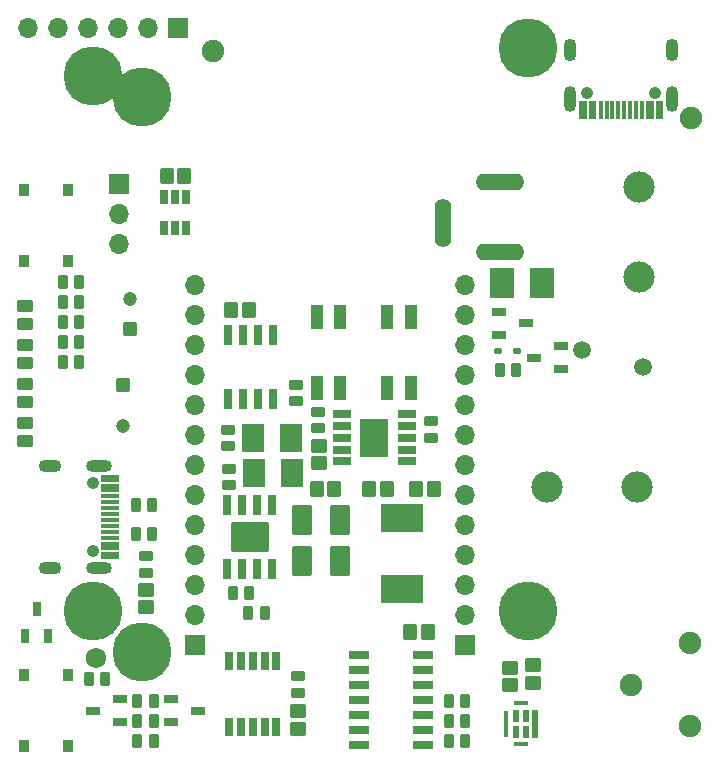
<source format=gts>
G04 #@! TF.GenerationSoftware,KiCad,Pcbnew,9.0.6*
G04 #@! TF.CreationDate,2025-12-01T14:44:23+01:00*
G04 #@! TF.ProjectId,wled-eth.versioned,776c6564-2d65-4746-982e-76657273696f,v0.49*
G04 #@! TF.SameCoordinates,Original*
G04 #@! TF.FileFunction,Soldermask,Top*
G04 #@! TF.FilePolarity,Negative*
%FSLAX46Y46*%
G04 Gerber Fmt 4.6, Leading zero omitted, Abs format (unit mm)*
G04 Created by KiCad (PCBNEW 9.0.6) date 2025-12-01 14:44:23*
%MOMM*%
%LPD*%
G01*
G04 APERTURE LIST*
G04 Aperture macros list*
%AMRoundRect*
0 Rectangle with rounded corners*
0 $1 Rounding radius*
0 $2 $3 $4 $5 $6 $7 $8 $9 X,Y pos of 4 corners*
0 Add a 4 corners polygon primitive as box body*
4,1,4,$2,$3,$4,$5,$6,$7,$8,$9,$2,$3,0*
0 Add four circle primitives for the rounded corners*
1,1,$1+$1,$2,$3*
1,1,$1+$1,$4,$5*
1,1,$1+$1,$6,$7*
1,1,$1+$1,$8,$9*
0 Add four rect primitives between the rounded corners*
20,1,$1+$1,$2,$3,$4,$5,0*
20,1,$1+$1,$4,$5,$6,$7,0*
20,1,$1+$1,$6,$7,$8,$9,0*
20,1,$1+$1,$8,$9,$2,$3,0*%
G04 Aperture macros list end*
%ADD10RoundRect,0.050000X-0.600000X-0.450000X0.600000X-0.450000X0.600000X0.450000X-0.600000X0.450000X0*%
%ADD11RoundRect,0.050000X0.550000X0.550000X-0.550000X0.550000X-0.550000X-0.550000X0.550000X-0.550000X0*%
%ADD12C,1.200000*%
%ADD13RoundRect,0.050000X0.550000X0.375000X-0.550000X0.375000X-0.550000X-0.375000X0.550000X-0.375000X0*%
%ADD14RoundRect,0.050000X0.550000X0.300000X-0.550000X0.300000X-0.550000X-0.300000X0.550000X-0.300000X0*%
%ADD15C,0.800000*%
%ADD16C,5.000000*%
%ADD17RoundRect,0.050000X-0.550000X-0.375000X0.550000X-0.375000X0.550000X0.375000X-0.550000X0.375000X0*%
%ADD18RoundRect,0.050000X-0.550000X-0.550000X0.550000X-0.550000X0.550000X0.550000X-0.550000X0.550000X0*%
%ADD19RoundRect,0.001000X-0.150000X-0.725000X0.150000X-0.725000X0.150000X0.725000X-0.150000X0.725000X0*%
%ADD20O,1.100000X1.900000*%
%ADD21O,1.070000X2.170000*%
%ADD22C,1.050000*%
%ADD23RoundRect,0.050000X-1.000000X1.250000X-1.000000X-1.250000X1.000000X-1.250000X1.000000X1.250000X0*%
%ADD24RoundRect,0.050000X-0.762500X-0.300000X0.762500X-0.300000X0.762500X0.300000X-0.762500X0.300000X0*%
%ADD25RoundRect,0.050000X0.375000X-0.550000X0.375000X0.550000X-0.375000X0.550000X-0.375000X-0.550000X0*%
%ADD26RoundRect,0.050000X-0.200000X-0.475000X0.200000X-0.475000X0.200000X0.475000X-0.200000X0.475000X0*%
%ADD27R,0.350000X2.300000*%
%ADD28R,1.300000X0.350000*%
%ADD29RoundRect,0.050000X-0.175000X-1.150000X0.175000X-1.150000X0.175000X1.150000X-0.175000X1.150000X0*%
%ADD30RoundRect,0.050000X-0.375000X0.550000X-0.375000X-0.550000X0.375000X-0.550000X0.375000X0.550000X0*%
%ADD31R,1.700000X1.700000*%
%ADD32O,1.700000X1.700000*%
%ADD33RoundRect,0.001000X0.725000X-0.150000X0.725000X0.150000X-0.725000X0.150000X-0.725000X-0.150000X0*%
%ADD34O,1.900000X1.100000*%
%ADD35O,2.170000X1.070000*%
%ADD36RoundRect,0.050000X-0.625000X-0.550000X0.625000X-0.550000X0.625000X0.550000X-0.625000X0.550000X0*%
%ADD37RoundRect,0.050000X-0.250000X0.200000X-0.250000X-0.200000X0.250000X-0.200000X0.250000X0.200000X0*%
%ADD38C,1.726000*%
%ADD39RoundRect,0.050000X-0.550000X0.625000X-0.550000X-0.625000X0.550000X-0.625000X0.550000X0.625000X0*%
%ADD40RoundRect,0.050000X0.375000X-0.500000X0.375000X0.500000X-0.375000X0.500000X-0.375000X-0.500000X0*%
%ADD41RoundRect,0.050000X0.550000X-0.625000X0.550000X0.625000X-0.550000X0.625000X-0.550000X-0.625000X0*%
%ADD42RoundRect,0.050000X0.775000X1.200000X-0.775000X1.200000X-0.775000X-1.200000X0.775000X-1.200000X0*%
%ADD43RoundRect,0.050000X-0.550000X-0.300000X0.550000X-0.300000X0.550000X0.300000X-0.550000X0.300000X0*%
%ADD44RoundRect,0.050000X-0.300000X0.762500X-0.300000X-0.762500X0.300000X-0.762500X0.300000X0.762500X0*%
%ADD45RoundRect,0.050000X-1.550000X1.205000X-1.550000X-1.205000X1.550000X-1.205000X1.550000X1.205000X0*%
%ADD46RoundRect,0.050000X-0.675000X-0.325000X0.675000X-0.325000X0.675000X0.325000X-0.675000X0.325000X0*%
%ADD47RoundRect,0.050000X-1.150000X-1.600000X1.150000X-1.600000X1.150000X1.600000X-1.150000X1.600000X0*%
%ADD48RoundRect,0.050000X0.625000X0.550000X-0.625000X0.550000X-0.625000X-0.550000X0.625000X-0.550000X0*%
%ADD49C,1.900000*%
%ADD50C,2.650000*%
%ADD51RoundRect,0.050000X-0.500000X-1.000000X0.500000X-1.000000X0.500000X1.000000X-0.500000X1.000000X0*%
%ADD52C,1.896000*%
%ADD53RoundRect,0.050000X1.750000X-1.175000X1.750000X1.175000X-1.750000X1.175000X-1.750000X-1.175000X0*%
%ADD54RoundRect,0.050000X0.300000X-0.550000X0.300000X0.550000X-0.300000X0.550000X-0.300000X-0.550000X0*%
%ADD55C,1.500000*%
%ADD56RoundRect,0.050000X-0.900000X1.150000X-0.900000X-1.150000X0.900000X-1.150000X0.900000X1.150000X0*%
%ADD57O,4.100000X1.400000*%
%ADD58O,1.400000X4.100000*%
%ADD59RoundRect,0.050000X0.900000X-1.150000X0.900000X1.150000X-0.900000X1.150000X-0.900000X-1.150000X0*%
%ADD60RoundRect,0.050000X0.300000X-0.762500X0.300000X0.762500X-0.300000X0.762500X-0.300000X-0.762500X0*%
%ADD61RoundRect,0.050000X-0.300000X0.725000X-0.300000X-0.725000X0.300000X-0.725000X0.300000X0.725000X0*%
G04 APERTURE END LIST*
D10*
G04 #@! TO.C,D3*
X5900000Y-66900000D03*
X5900000Y-68500000D03*
G04 #@! TD*
D11*
G04 #@! TO.C,C4*
X14800000Y-65550000D03*
D12*
X14800000Y-63050000D03*
G04 #@! TD*
D13*
G04 #@! TO.C,R20*
X28900000Y-71700000D03*
X28900000Y-70300000D03*
G04 #@! TD*
D14*
G04 #@! TO.C,Q4*
X51300000Y-68950000D03*
X51300000Y-67050000D03*
X49000000Y-68000000D03*
G04 #@! TD*
D15*
G04 #@! TO.C,REF\u002A\u002A*
X46625000Y-41775000D03*
X47174175Y-40449175D03*
X47174175Y-43100825D03*
X48500000Y-39900000D03*
D16*
X48500000Y-41775000D03*
D15*
X48500000Y-43650000D03*
X49825825Y-40449175D03*
X49825825Y-43100825D03*
X50375000Y-41775000D03*
G04 #@! TD*
D17*
G04 #@! TO.C,R16*
X23200000Y-77400000D03*
X23200000Y-78800000D03*
G04 #@! TD*
D18*
G04 #@! TO.C,C1*
X14200000Y-70300000D03*
D12*
X14200000Y-73800000D03*
G04 #@! TD*
D19*
G04 #@! TO.C,J7*
X59800000Y-47005000D03*
X59000000Y-47005000D03*
X57650000Y-47005000D03*
X56650000Y-47005000D03*
X56150000Y-47005000D03*
X55150000Y-47005000D03*
X53800000Y-47005000D03*
X53000000Y-47005000D03*
X53300000Y-47005000D03*
X54100000Y-47005000D03*
X54650000Y-47005000D03*
X55650000Y-47005000D03*
X57150000Y-47005000D03*
X58150000Y-47005000D03*
X58700000Y-47005000D03*
X59500000Y-47005000D03*
D20*
X52080000Y-41920000D03*
D21*
X52080000Y-46090000D03*
D22*
X53510000Y-45560000D03*
X59290000Y-45560000D03*
D20*
X60720000Y-41920000D03*
D21*
X60720000Y-46090000D03*
G04 #@! TD*
D15*
G04 #@! TO.C,REF\u002A\u002A*
X13925000Y-92900000D03*
X14474175Y-91574175D03*
X14474175Y-94225825D03*
X15800000Y-91025000D03*
D16*
X15800000Y-92900000D03*
D15*
X15800000Y-94775000D03*
X17125825Y-91574175D03*
X17125825Y-94225825D03*
X17675000Y-92900000D03*
G04 #@! TD*
D23*
G04 #@! TO.C,RV1*
X49700000Y-61700000D03*
X46300000Y-61700000D03*
G04 #@! TD*
D24*
G04 #@! TO.C,U4*
X34200000Y-93190000D03*
X34200000Y-94460000D03*
X34200000Y-95730000D03*
X34200000Y-97000000D03*
X34200000Y-98270000D03*
X34200000Y-99540000D03*
X34200000Y-100810000D03*
X39600000Y-100810000D03*
X39600000Y-99540000D03*
X39600000Y-98270000D03*
X39600000Y-97000000D03*
X39600000Y-95730000D03*
X39600000Y-94460000D03*
X39600000Y-93190000D03*
G04 #@! TD*
D25*
G04 #@! TO.C,R6*
X41800000Y-97100000D03*
X43200000Y-97100000D03*
G04 #@! TD*
D26*
G04 #@! TO.C,U5*
X47475000Y-98325000D03*
X47475000Y-99675000D03*
X48325000Y-99675000D03*
X48325000Y-98325000D03*
D27*
X46675000Y-99000000D03*
D28*
X47900000Y-97275000D03*
X47900000Y-100725000D03*
D29*
X49125000Y-99000000D03*
G04 #@! TD*
D30*
G04 #@! TO.C,R13*
X16800000Y-100500000D03*
X15400000Y-100500000D03*
G04 #@! TD*
D31*
G04 #@! TO.C,J11*
X43200000Y-92375000D03*
D32*
X43200000Y-89835000D03*
X43200000Y-87295000D03*
X43200000Y-84755000D03*
X43200000Y-82215000D03*
X43200000Y-79675000D03*
X43200000Y-77135000D03*
X43200000Y-74595000D03*
X43200000Y-72055000D03*
X43200000Y-69515000D03*
X43200000Y-66975000D03*
X43200000Y-64435000D03*
X43200000Y-61895000D03*
G04 #@! TD*
D33*
G04 #@! TO.C,J1*
X13105000Y-78100000D03*
X13105000Y-78900000D03*
X13105000Y-80250000D03*
X13105000Y-81250000D03*
X13105000Y-81750000D03*
X13105000Y-82750000D03*
X13105000Y-84100000D03*
X13105000Y-84900000D03*
X13105000Y-84600000D03*
X13105000Y-83800000D03*
X13105000Y-83250000D03*
X13105000Y-82250000D03*
X13105000Y-80750000D03*
X13105000Y-79750000D03*
X13105000Y-79200000D03*
X13105000Y-78400000D03*
D34*
X8020000Y-85820000D03*
D35*
X12190000Y-85820000D03*
D22*
X11660000Y-84390000D03*
X11660000Y-78610000D03*
D34*
X8020000Y-77180000D03*
D35*
X12190000Y-77180000D03*
G04 #@! TD*
D30*
G04 #@! TO.C,R14*
X10500000Y-61600000D03*
X9100000Y-61600000D03*
G04 #@! TD*
D36*
G04 #@! TO.C,C8*
X48900000Y-94050000D03*
X48900000Y-95550000D03*
G04 #@! TD*
D37*
G04 #@! TO.C,D1*
X47562500Y-67450000D03*
X45962500Y-67450000D03*
G04 #@! TD*
D38*
G04 #@! TO.C,*
X11900000Y-93400000D03*
G04 #@! TD*
D10*
G04 #@! TO.C,D5*
X5900000Y-73500000D03*
X5900000Y-75100000D03*
G04 #@! TD*
D39*
G04 #@! TO.C,C12*
X40550000Y-79100000D03*
X39050000Y-79100000D03*
G04 #@! TD*
D40*
G04 #@! TO.C,SW3*
X5825000Y-59800000D03*
X5825000Y-53800000D03*
X9575000Y-59800000D03*
X9575000Y-53800000D03*
G04 #@! TD*
D41*
G04 #@! TO.C,C2*
X30600000Y-79100000D03*
X32100000Y-79100000D03*
G04 #@! TD*
D42*
G04 #@! TO.C,D7*
X32600000Y-85250000D03*
X32600000Y-81750000D03*
G04 #@! TD*
D30*
G04 #@! TO.C,R12*
X16800000Y-97100000D03*
X15400000Y-97100000D03*
G04 #@! TD*
D39*
G04 #@! TO.C,C6*
X24850000Y-64000000D03*
X23350000Y-64000000D03*
G04 #@! TD*
D30*
G04 #@! TO.C,R24*
X12700000Y-95200000D03*
X11300000Y-95200000D03*
G04 #@! TD*
D25*
G04 #@! TO.C,R21*
X46100000Y-69050000D03*
X47500000Y-69050000D03*
G04 #@! TD*
D31*
G04 #@! TO.C,J5*
X18900000Y-40100000D03*
D32*
X16360000Y-40100000D03*
X13820000Y-40100000D03*
X11280000Y-40100000D03*
X8740000Y-40100000D03*
X6200000Y-40100000D03*
G04 #@! TD*
D43*
G04 #@! TO.C,Q3*
X46050000Y-64150000D03*
X46050000Y-66050000D03*
X48350000Y-65100000D03*
G04 #@! TD*
D25*
G04 #@! TO.C,R1*
X15300000Y-80500000D03*
X16700000Y-80500000D03*
G04 #@! TD*
D15*
G04 #@! TO.C,REF\u002A\u002A*
X46625000Y-89500000D03*
X47174175Y-88174175D03*
X47174175Y-90825825D03*
X48500000Y-87625000D03*
D16*
X48500000Y-89500000D03*
D15*
X48500000Y-91375000D03*
X49825825Y-88174175D03*
X49825825Y-90825825D03*
X50375000Y-89500000D03*
G04 #@! TD*
D44*
G04 #@! TO.C,U1*
X26870000Y-80500000D03*
X25600000Y-80500000D03*
X24330000Y-80500000D03*
X23060000Y-80500000D03*
X23060000Y-85900000D03*
X24330000Y-85900000D03*
X25600000Y-85900000D03*
X26870000Y-85900000D03*
D45*
X24965000Y-83200000D03*
G04 #@! TD*
D25*
G04 #@! TO.C,R17*
X24800000Y-89600000D03*
X26200000Y-89600000D03*
G04 #@! TD*
D15*
G04 #@! TO.C,REF\u002A\u002A*
X13925000Y-45900000D03*
X14474175Y-44574175D03*
X14474175Y-47225825D03*
X15800000Y-44025000D03*
D16*
X15800000Y-45900000D03*
D15*
X15800000Y-47775000D03*
X17125825Y-44574175D03*
X17125825Y-47225825D03*
X17675000Y-45900000D03*
G04 #@! TD*
D30*
G04 #@! TO.C,R7*
X10500000Y-65000000D03*
X9100000Y-65000000D03*
G04 #@! TD*
D31*
G04 #@! TO.C,J6*
X13900000Y-53275000D03*
D32*
X13900000Y-55815000D03*
X13900000Y-58355000D03*
G04 #@! TD*
D46*
G04 #@! TO.C,U7*
X32750000Y-72800000D03*
X32750000Y-73800000D03*
X32750000Y-74800000D03*
X32750000Y-75800000D03*
X32750000Y-76800000D03*
X38250000Y-76800000D03*
X38250000Y-75800000D03*
X38250000Y-74800000D03*
X38250000Y-73800000D03*
X38250000Y-72800000D03*
D47*
X35500000Y-74800000D03*
G04 #@! TD*
D48*
G04 #@! TO.C,C14*
X16200000Y-89150000D03*
X16200000Y-87650000D03*
G04 #@! TD*
D49*
G04 #@! TO.C,J12*
X62200000Y-92200000D03*
X57200000Y-95700000D03*
X62200000Y-99200000D03*
G04 #@! TD*
D43*
G04 #@! TO.C,Q1*
X18250000Y-96950000D03*
X18250000Y-98850000D03*
X20550000Y-97900000D03*
G04 #@! TD*
D50*
G04 #@! TO.C,J2*
X57710000Y-79000000D03*
X50090000Y-79000000D03*
G04 #@! TD*
D41*
G04 #@! TO.C,C11*
X35050000Y-79100000D03*
X36550000Y-79100000D03*
G04 #@! TD*
D25*
G04 #@! TO.C,R4*
X41800000Y-98800000D03*
X43200000Y-98800000D03*
G04 #@! TD*
D15*
G04 #@! TO.C,REF\u002A\u002A*
X9825000Y-44200000D03*
X10374175Y-42874175D03*
X10374175Y-45525825D03*
X11700000Y-42325000D03*
D16*
X11700000Y-44200000D03*
D15*
X11700000Y-46075000D03*
X13025825Y-42874175D03*
X13025825Y-45525825D03*
X13575000Y-44200000D03*
G04 #@! TD*
D51*
G04 #@! TO.C,SW4*
X30600000Y-70600000D03*
X32600000Y-70600000D03*
X36600000Y-70600000D03*
X38600000Y-70600000D03*
X30600000Y-64600000D03*
X32600000Y-64600000D03*
X36600000Y-64600000D03*
X38600000Y-64600000D03*
G04 #@! TD*
D48*
G04 #@! TO.C,C9*
X30800000Y-76950000D03*
X30800000Y-75450000D03*
G04 #@! TD*
D31*
G04 #@! TO.C,J10*
X20350000Y-92375000D03*
D32*
X20350000Y-89835000D03*
X20350000Y-87295000D03*
X20350000Y-84755000D03*
X20350000Y-82215000D03*
X20350000Y-79675000D03*
X20350000Y-77135000D03*
X20350000Y-74595000D03*
X20350000Y-72055000D03*
X20350000Y-69515000D03*
X20350000Y-66975000D03*
X20350000Y-64435000D03*
X20350000Y-61895000D03*
G04 #@! TD*
D50*
G04 #@! TO.C,J3*
X57900000Y-53600000D03*
X57900000Y-61220000D03*
G04 #@! TD*
D52*
G04 #@! TO.C,*
X62300000Y-47700000D03*
G04 #@! TD*
D25*
G04 #@! TO.C,R11*
X15400000Y-98800000D03*
X16800000Y-98800000D03*
G04 #@! TD*
D13*
G04 #@! TO.C,R3*
X23100000Y-75500000D03*
X23100000Y-74100000D03*
G04 #@! TD*
D53*
G04 #@! TO.C,L1*
X37800000Y-87625000D03*
X37800000Y-81575000D03*
G04 #@! TD*
D54*
G04 #@! TO.C,D8*
X17650000Y-57000000D03*
X18600000Y-57000000D03*
X19550000Y-57000000D03*
X19550000Y-54400000D03*
X18600000Y-54400000D03*
X17650000Y-54400000D03*
G04 #@! TD*
D10*
G04 #@! TO.C,D4*
X5900000Y-70200000D03*
X5900000Y-71800000D03*
G04 #@! TD*
D30*
G04 #@! TO.C,R18*
X24900000Y-87900000D03*
X23500000Y-87900000D03*
G04 #@! TD*
D36*
G04 #@! TO.C,C7*
X47000000Y-94250000D03*
X47000000Y-95750000D03*
G04 #@! TD*
D30*
G04 #@! TO.C,R9*
X10500000Y-68400000D03*
X9100000Y-68400000D03*
G04 #@! TD*
G04 #@! TO.C,R8*
X10500000Y-66700000D03*
X9100000Y-66700000D03*
G04 #@! TD*
D55*
G04 #@! TO.C,F1*
X53100000Y-67400000D03*
X58200000Y-68800000D03*
G04 #@! TD*
D25*
G04 #@! TO.C,R2*
X15300000Y-82900000D03*
X16700000Y-82900000D03*
G04 #@! TD*
D56*
G04 #@! TO.C,C13*
X28450000Y-74850000D03*
X25250000Y-74850000D03*
G04 #@! TD*
D10*
G04 #@! TO.C,D6*
X5900000Y-63600000D03*
X5900000Y-65200000D03*
G04 #@! TD*
D54*
G04 #@! TO.C,Q5*
X5950000Y-91550000D03*
X7850000Y-91550000D03*
X6900000Y-89250000D03*
G04 #@! TD*
D41*
G04 #@! TO.C,C5*
X38550000Y-91200000D03*
X40050000Y-91200000D03*
G04 #@! TD*
D48*
G04 #@! TO.C,C3*
X29000000Y-99450000D03*
X29000000Y-97950000D03*
G04 #@! TD*
D57*
G04 #@! TO.C,J4*
X46100000Y-59100000D03*
X46100000Y-53100000D03*
D58*
X41300000Y-56600000D03*
G04 #@! TD*
D17*
G04 #@! TO.C,R19*
X30700000Y-72600000D03*
X30700000Y-74000000D03*
G04 #@! TD*
D25*
G04 #@! TO.C,R5*
X41800000Y-100500000D03*
X43200000Y-100500000D03*
G04 #@! TD*
D15*
G04 #@! TO.C,REF\u002A\u002A*
X9825000Y-89500000D03*
X10374175Y-88174175D03*
X10374175Y-90825825D03*
X11700000Y-87625000D03*
D16*
X11700000Y-89500000D03*
D15*
X11700000Y-91375000D03*
X13025825Y-88174175D03*
X13025825Y-90825825D03*
X13575000Y-89500000D03*
G04 #@! TD*
D59*
G04 #@! TO.C,C10*
X25300000Y-77750000D03*
X28500000Y-77750000D03*
G04 #@! TD*
D30*
G04 #@! TO.C,R10*
X10500000Y-63300000D03*
X9100000Y-63300000D03*
G04 #@! TD*
D42*
G04 #@! TO.C,D2*
X29400000Y-85250000D03*
X29400000Y-81750000D03*
G04 #@! TD*
D60*
G04 #@! TO.C,U6*
X23095000Y-71500000D03*
X24365000Y-71500000D03*
X25635000Y-71500000D03*
X26905000Y-71500000D03*
X26905000Y-66100000D03*
X25635000Y-66100000D03*
X24365000Y-66100000D03*
X23095000Y-66100000D03*
G04 #@! TD*
D14*
G04 #@! TO.C,Q2*
X13950000Y-98850000D03*
X13950000Y-96950000D03*
X11650000Y-97900000D03*
G04 #@! TD*
D40*
G04 #@! TO.C,SW1*
X5800000Y-100900000D03*
X5800000Y-94900000D03*
X9550000Y-100900000D03*
X9550000Y-94900000D03*
G04 #@! TD*
D13*
G04 #@! TO.C,R22*
X16200000Y-86200000D03*
X16200000Y-84800000D03*
G04 #@! TD*
D17*
G04 #@! TO.C,R23*
X40300000Y-73400000D03*
X40300000Y-74800000D03*
G04 #@! TD*
D13*
G04 #@! TO.C,R15*
X29000000Y-96400000D03*
X29000000Y-95000000D03*
G04 #@! TD*
D52*
G04 #@! TO.C,REF\u002A\u002A*
X21850000Y-42050000D03*
G04 #@! TD*
D41*
G04 #@! TO.C,C15*
X17900000Y-52600000D03*
X19400000Y-52600000D03*
G04 #@! TD*
D61*
G04 #@! TO.C,U2*
X27200000Y-93700000D03*
X26200000Y-93700000D03*
X25200000Y-93700000D03*
X24200000Y-93700000D03*
X23200000Y-93700000D03*
X23200000Y-99300000D03*
X24200000Y-99300000D03*
X25200000Y-99300000D03*
X26200000Y-99300000D03*
X27200000Y-99300000D03*
G04 #@! TD*
M02*

</source>
